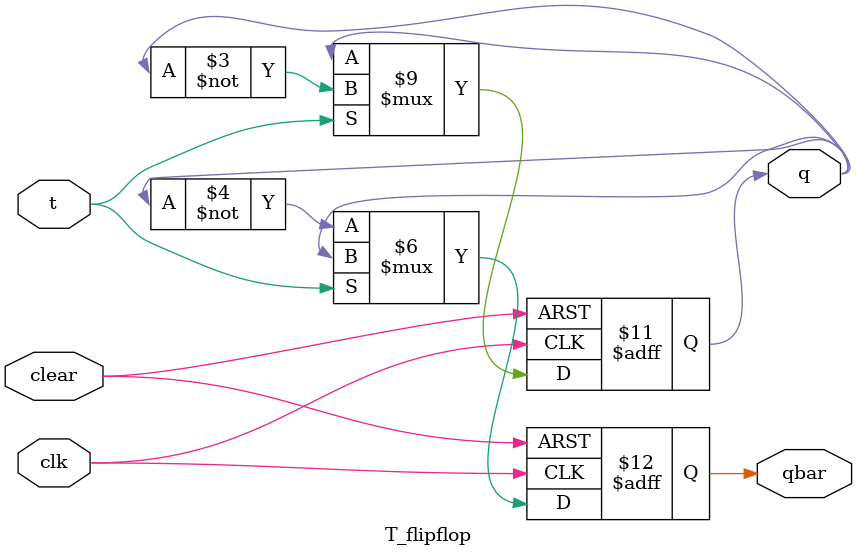
<source format=v>
`timescale 1ns / 1ps
module T_flipflop(input clk, input clear, input t, output reg q, output reg qbar);

always @(posedge clk, negedge clear)
    if (clear == 0)
    begin
        q <= 0;
        qbar <= 1;
    end
    else if (t)
    begin
        q <= ~q;
        qbar <= q;
    end
    else
    begin
        q <= q;
        qbar <= ~q;
    end
endmodule

</source>
